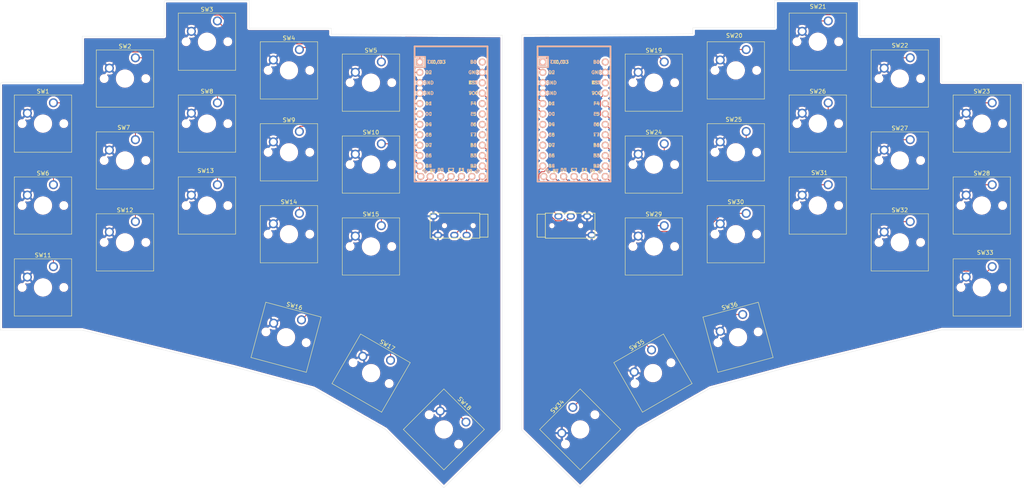
<source format=kicad_pcb>
(kicad_pcb (version 20241229) (generator "pcbnew") (generator_version "9.0")
  (layers (0 "F.Cu" signal) (2 "B.Cu" signal) (13 "F.Paste" user) (15 "B.Paste" user) (5 "F.SilkS" user "F.Silkscreen") (7 "B.SilkS" user "B.Silkscreen") (1 "F.Mask" user) (3 "B.Mask" user) (25 "Edge.Cuts" user))
  (net 0 "")
  (net 1 "4")
  (net 2 "17")
  (net 3 "11")
  (net 4 "13")
  (net 5 "15")
  (net 6 "10")
  (net 7 "6")
  (net 8 "1")
  (net 10 "18")
  (net 11 "7")
  (net 12 "VCC")
  (net 13 "3")
  (net 14 "16")
  (net 15 "9")
  (net 16 "5")
  (net 17 "8")
  (net 18 "14")
  (net 19 "2")
  (net 20 "12")
  (net 21 "R1")
  (net 26 "GND")
  (net 33 "20")
  (net 34 "DNG")
  (net 36 "32")
  (net 37 "28")
  (net 38 "33")
  (net 39 "31")
  (net 40 "26")
  (net 41 "19")
  (net 42 "30")
  (net 43 "21")
  (net 44 "22")
  (net 45 "25")
  (net 46 "29")
  (net 47 "23")
  (net 48 "24")
  (net 49 "34")
  (net 50 "35")
  (net 51 "36")
  (net 52 "27")
  (net 53 "CCV")
  (net 54 "1R")
  (footprint "Button_Switch_Keyboard:SW_Cherry_MX_1.00u_PCB" (layer "F.Cu") (at 272 90)
    (property "Reference" "SW28")
    (property "Value" "SW_Push")
  )
  (footprint "Button_Switch_Keyboard:SW_Cherry_MX_1.00u_PCB" (layer "F.Cu") (at 123 100)
    (property "Reference" "SW15")
    (property "Value" "SW_Push")
  )
  (footprint "Button_Switch_Keyboard:SW_Cherry_MX_1.00u_PCB" (layer "F.Cu") (at 123 80)
    (property "Reference" "SW10")
    (property "Value" "SW_Push")
  )
  (footprint "Button_Switch_Keyboard:SW_Cherry_MX_1.00u_PCB" (layer "F.Cu") (at 212 77)
    (property "Reference" "SW25")
    (property "Value" "SW_Push")
  )
  (footprint "Button_Switch_Keyboard:SW_Cherry_MX_1.00u_PCB" (layer "F.Cu") (at 63 79)
    (property "Reference" "SW7")
    (property "Value" "SW_Push")
  )
  (footprint "Button_Switch_Keyboard:SW_Cherry_MX_1.00u_PCB" (layer "F.Cu") (at 123 60)
    (property "Reference" "SW5")
    (property "Value" "SW_Push")
  )
  (footprint "Button_Switch_Keyboard:SW_Cherry_MX_1.00u_PCB" (layer "F.Cu") (at 103 57)
    (property "Reference" "SW4")
    (property "Value" "SW_Push")
  )
  (footprint "Keebio-Parts:TRRS-PJ-320A" (layer "F.Cu") (at 163 100 90)
    (property "Reference" "J4R1")
    (property "Value" "AudioJackRight")
  )
  (footprint "Keebio-Parts:Elite-C" (layer "F.Cu") (at 140 74 -90)
    (property "Reference" "J1L1" (hide yes))
    (property "Value" "Elite-Pi Microcontroller" (hide yes))
  )
  (footprint "Button_Switch_Keyboard:SW_Cherry_MX_1.00u_PCB" (layer "F.Cu") (at 169.703949 144.361846 45)
    (property "Reference" "SW34")
    (property "Value" "SW_Push")
  )
  (footprint "Button_Switch_Keyboard:SW_Cherry_MX_1.00u_PCB" (layer "F.Cu") (at 103 77)
    (property "Reference" "SW9")
    (property "Value" "SW_Push")
  )
  (footprint "Button_Switch_Keyboard:SW_Cherry_MX_1.00u_PCB" (layer "F.Cu") (at 212 57)
    (property "Reference" "SW20")
    (property "Value" "SW_Push")
  )
  (footprint "Button_Switch_Keyboard:SW_Cherry_MX_1.00u_PCB" (layer "F.Cu") (at 272 70)
    (property "Reference" "SW23")
    (property "Value" "SW_Push")
  )
  (footprint "Button_Switch_Keyboard:SW_Cherry_MX_1.00u_PCB" (layer "F.Cu") (at 192 100)
    (property "Reference" "SW29")
    (property "Value" "SW_Push")
  )
  (footprint "Button_Switch_Keyboard:SW_Cherry_MX_1.00u_PCB" (layer "F.Cu") (at 232 90)
    (property "Reference" "SW31")
    (property "Value" "SW_Push")
  )
  (footprint "Button_Switch_Keyboard:SW_Cherry_MX_1.00u_PCB" (layer "F.Cu") (at 83 70)
    (property "Reference" "SW8")
    (property "Value" "SW_Push")
  )
  (footprint "Keebio-Parts:Elite-C" (layer "F.Cu") (at 170 74 -90)
    (property "Reference" "J3R1" (hide yes))
    (property "Value" "Elite-Pi Microcontroller" (hide yes))
  )
  (footprint "Button_Switch_Keyboard:SW_Cherry_MX_1.00u_PCB" (layer "F.Cu") (at 272 110)
    (property "Reference" "SW33")
    (property "Value" "SW_Push")
  )
  (footprint "Button_Switch_Keyboard:SW_Cherry_MX_1.00u_PCB" (layer "F.Cu") (at 125.239705 132.870591 -30)
    (property "Reference" "SW17")
    (property "Value" "SW_Push")
  )
  (footprint "Button_Switch_Keyboard:SW_Cherry_MX_1.00u_PCB" (layer "F.Cu") (at 83 50)
    (property "Reference" "SW3")
    (property "Value" "SW_Push")
  )
  (footprint "Button_Switch_Keyboard:SW_Cherry_MX_1.00u_PCB" (layer "F.Cu") (at 63 59)
    (property "Reference" "SW2")
    (property "Value" "SW_Push")
  )
  (footprint "Button_Switch_Keyboard:SW_Cherry_MX_1.00u_PCB" (layer "F.Cu") (at 232 50)
    (property "Reference" "SW21")
    (property "Value" "SW_Push")
  )
  (footprint "Button_Switch_Keyboard:SW_Cherry_MX_1.00u_PCB" (layer "F.Cu") (at 211.138651 121.685697 15)
    (property "Reference" "SW36")
    (property "Value" "SW_Push")
  )
  (footprint "Button_Switch_Keyboard:SW_Cherry_MX_1.00u_PCB" (layer "F.Cu") (at 252 59)
    (property "Reference" "SW22")
    (property "Value" "SW_Push")
  )
  (footprint "Button_Switch_Keyboard:SW_Cherry_MX_1.00u_PCB" (layer "F.Cu") (at 188.909705 130.33059 30)
    (property "Reference" "SW35")
    (property "Value" "SW_Push")
  )
  (footprint "Button_Switch_Keyboard:SW_Cherry_MX_1.00u_PCB" (layer "F.Cu") (at 43 90)
    (property "Reference" "SW6")
    (property "Value" "SW_Push")
  )
  (footprint "Button_Switch_Keyboard:SW_Cherry_MX_1.00u_PCB" (layer "F.Cu") (at 252 99)
    (property "Reference" "SW32")
    (property "Value" "SW_Push")
  )
  (footprint "Keebio-Parts:TRRS-PJ-320A" (layer "F.Cu") (at 147 100 -90)
    (property "Reference" "J2L1")
    (property "Value" "AudioJackLeft" (hide yes))
  )
  (footprint "Button_Switch_Keyboard:SW_Cherry_MX_1.00u_PCB" (layer "F.Cu") (at 43 110)
    (property "Reference" "SW11")
    (property "Value" "SW_Push")
  )
  (footprint "Button_Switch_Keyboard:SW_Cherry_MX_1.00u_PCB" (layer "F.Cu") (at 192 60)
    (property "Reference" "SW19")
    (property "Value" "SW_Push")
  )
  (footprint "Button_Switch_Keyboard:SW_Cherry_MX_1.00u_PCB" (layer "F.Cu") (at 192 80)
    (property "Reference" "SW24")
    (property "Value" "SW_Push")
  )
  (footprint "Button_Switch_Keyboard:SW_Cherry_MX_1.00u_PCB" (layer "F.Cu") (at 252 79)
    (property "Reference" "SW27")
    (property "Value" "SW_Push")
  )
  (footprint "Button_Switch_Keyboard:SW_Cherry_MX_1.00u_PCB" (layer "F.Cu") (at 212 97)
    (property "Reference" "SW30")
    (property "Value" "SW_Push")
  )
  (footprint "Button_Switch_Keyboard:SW_Cherry_MX_1.00u_PCB" (layer "F.Cu") (at 43 70)
    (property "Reference" "SW1")
    (property "Value" "SW_Push")
  )
  (footprint "Button_Switch_Keyboard:SW_Cherry_MX_1.00u_PCB" (layer "F.Cu") (at 63 99)
    (property "Reference" "SW12")
    (property "Value" "SW_Push")
  )
  (footprint "Button_Switch_Keyboard:SW_Cherry_MX_1.00u_PCB" (layer "F.Cu") (at 232 70)
    (property "Reference" "SW26")
    (property "Value" "SW_Push")
  )
  (footprint "Button_Switch_Keyboard:SW_Cherry_MX_1.00u_PCB" (layer "F.Cu") (at 143.638154 147.953949 -45)
    (property "Reference" "SW18")
    (property "Value" "SW_Push")
  )
  (footprint "Button_Switch_Keyboard:SW_Cherry_MX_1.00u_PCB" (layer "F.Cu") (at 103 97)
    (property "Reference" "SW14")
    (property "Value" "SW_Push")
  )
  (footprint "Button_Switch_Keyboard:SW_Cherry_MX_1.00u_PCB" (layer "F.Cu") (at 103.518253 123.000497 -15)
    (property "Reference" "SW16")
    (property "Value" "SW_Push")
  )
  (footprint "Button_Switch_Keyboard:SW_Cherry_MX_1.00u_PCB" (layer "F.Cu") (at 83 90)
    (property "Reference" "SW13")
    (property "Value" "SW_Push")
  )
  (gr_line (start 222.735 134.42) (end 259.735 125.42) (stroke (width 0.05)) (layer "Edge.Cuts"))
  (gr_line (start 87 134.5) (end 50 125.5) (stroke (width 0.05)) (layer "Edge.Cuts"))
  (gr_line (start 171.485 163.92) (end 185.735 149.67) (stroke (width 0.05)) (layer "Edge.Cuts"))
  (gr_line (start 30.6 65) (end 50 65) (stroke (width 0.05)) (layer "Edge.Cuts"))
  (gr_line (start 259.735 64.92) (end 259.735 53.67) (stroke (width 0.05)) (layer "Edge.Cuts"))
  (gr_line (start 124 149.75) (end 106.5 139.75) (stroke (width 0.05)) (layer "Edge.Cuts"))
  (gr_line (start 198.985 53.17) (end 159.735 53.42) (stroke (width 0.05)) (layer "Edge.Cuts"))
  (gr_line (start 30 125.5) (end 30 65.6) (stroke (width 0.05)) (layer "Edge.Cuts"))
  (gr_line (start 157.235 149.92) (end 171.485 163.92) (stroke (width 0.05)) (layer "Edge.Cuts"))
  (gr_line (start 90.75 45) (end 90.75 51.75) (stroke (width 0.05)) (layer "Edge.Cuts"))
  (gr_line (start 259.735 125.42) (end 279.735 125.42) (stroke (width 0.05)) (layer "Edge.Cuts"))
  (gr_line (start 239.735 44.92) (end 218.985 44.92) (stroke (width 0.05)) (layer "Edge.Cuts"))
  (gr_line (start 152.5 150) (end 138.25 164) (stroke (width 0.05)) (layer "Edge.Cuts"))
  (gr_line (start 198.985 51.67) (end 198.985 53.17) (stroke (width 0.05)) (layer "Edge.Cuts"))
  (gr_line (start 50 65) (end 50 53.75) (stroke (width 0.05)) (layer "Edge.Cuts"))
  (gr_line (start 138.25 164) (end 124 149.75) (stroke (width 0.05)) (layer "Edge.Cuts"))
  (gr_line (start 50 125.5) (end 30 125.5) (stroke (width 0.05)) (layer "Edge.Cuts"))
  (gr_arc (start 30 65.6) (mid 30.175736 65.175736) (end 30.6 65) (stroke (width 0.05)) (layer "Edge.Cuts"))
  (gr_line (start 218.985 51.67) (end 198.985 51.67) (stroke (width 0.05)) (layer "Edge.Cuts"))
  (gr_line (start 279.735 125.42) (end 279.735 64.92) (stroke (width 0.05)) (layer "Edge.Cuts"))
  (gr_line (start 90.75 51.75) (end 110.75 51.75) (stroke (width 0.05)) (layer "Edge.Cuts"))
  (gr_line (start 70 53.75) (end 70 45.4) (stroke (width 0.05)) (layer "Edge.Cuts"))
  (gr_line (start 203.235 139.67) (end 222.735 134.42) (stroke (width 0.05)) (layer "Edge.Cuts"))
  (gr_line (start 279.735 64.92) (end 259.735 64.92) (stroke (width 0.05)) (layer "Edge.Cuts"))
  (gr_line (start 70.4 45) (end 90.75 45) (stroke (width 0.05)) (layer "Edge.Cuts"))
  (gr_line (start 50 53.75) (end 70 53.75) (stroke (width 0.05)) (layer "Edge.Cuts"))
  (gr_line (start 239.735 53.67) (end 239.735 44.92) (stroke (width 0.05)) (layer "Edge.Cuts"))
  (gr_line (start 110.75 51.75) (end 110.75 53.25) (stroke (width 0.05)) (layer "Edge.Cuts"))
  (gr_line (start 152.5 53.5) (end 152.5 150) (stroke (width 0.05)) (layer "Edge.Cuts"))
  (gr_line (start 159.735 53.42) (end 157.235 53.42) (stroke (width 0.05)) (layer "Edge.Cuts"))
  (gr_line (start 106.5 139.75) (end 87 134.5) (stroke (width 0.05)) (layer "Edge.Cuts"))
  (gr_line (start 185.735 149.67) (end 203.235 139.67) (stroke (width 0.05)) (layer "Edge.Cuts"))
  (gr_line (start 110.75 53.25) (end 150 53.5) (stroke (width 0.05)) (layer "Edge.Cuts"))
  (gr_line (start 150 53.5) (end 152.5 53.5) (stroke (width 0.05)) (layer "Edge.Cuts"))
  (gr_arc (start 70 45.4) (mid 70.117157 45.117157) (end 70.4 45) (stroke (width 0.05)) (layer "Edge.Cuts"))
  (gr_line (start 218.985 44.92) (end 218.985 51.67) (stroke (width 0.05)) (layer "Edge.Cuts"))
  (gr_line (start 157.235 53.42) (end 157.235 149.92) (stroke (width 0.05)) (layer "Edge.Cuts"))
  (gr_line (start 259.735 53.67) (end 239.735 53.67) (stroke (width 0.05)) (layer "Edge.Cuts"))
  (segment (start 103 57) (end 103.5 56.5) (width 0.2) (layer "F.Cu") (net 1))
  (segment (start 129.02 72.73) (end 132.38 72.73) (width 0.2) (layer "F.Cu") (net 1))
  (segment (start 103.5 56.5) (end 128.5 56.5) (width 0.2) (layer "F.Cu") (net 1))
  (segment (start 129 72.75) (end 129.02 72.73) (width 0.2) (layer "F.Cu") (net 1))
  (segment (start 128.5 72.75) (end 129 72.75) (width 0.2) (layer "F.Cu") (net 1))
  (segment (start 128.5 56.5) (end 128.5 72.75) (width 0.2) (layer "F.Cu") (net 1))
  (segment (start 143.754954 93.5) (end 148.7973 88.457654) (width 0.2) (layer "F.Cu") (net 2))
  (segment (start 148.7973 86.6073) (end 147.62 85.43) (width 0.2) (layer "F.Cu") (net 2))
  (segment (start 148.7973 88.457654) (end 148.7973 86.6073) (width 0.2) (layer "F.Cu") (net 2))
  (segment (start 131.25 93.5) (end 143.754954 93.5) (width 0.2) (layer "F.Cu") (net 2))
  (segment (start 125.239705 117.010295) (end 131.25 111) (width 0.2) (layer "F.Cu") (net 2))
  (segment (start 131.25 111) (end 131.25 93.5) (width 0.2) (layer "F.Cu") (net 2))
  (segment (start 125.239705 132.870591) (end 125.239705 117.010295) (width 0.2) (layer "F.Cu") (net 2))
  (segment (start 67.75 92.25) (end 70.25 89.75) (width 0.2) (layer "F.Cu") (net 3))
  (segment (start 70.25 89.75) (end 70.25 82.5) (width 0.2) (layer "F.Cu") (net 3))
  (segment (start 92.75 84.25) (end 92.75 90) (width 0.2) (layer "F.Cu") (net 3))
  (segment (start 43 110) (end 43 103.25) (width 0.2) (layer "F.Cu") (net 3))
  (segment (start 50.25 92.25) (end 67.75 92.25) (width 0.2) (layer "F.Cu") (net 3))
  (segment (start 50.25 102.75) (end 50.25 92.25) (width 0.2) (layer "F.Cu") (net 3))
  (segment (start 49.75 103.25) (end 50.25 102.75) (width 0.2) (layer "F.Cu") (net 3))
  (segment (start 43 103.25) (end 49.75 103.25) (width 0.2) (layer "F.Cu") (net 3))
  (segment (start 92.75 90) (end 132.89 90) (width 0.2) (layer "F.Cu") (net 3))
  (segment (start 91 82.5) (end 92.75 84.25) (width 0.2) (layer "F.Cu") (net 3))
  (segment (start 132.89 90) (end 134.92 87.97) (width 0.2) (layer "F.Cu") (net 3))
  (segment (start 70.25 82.5) (end 91 82.5) (width 0.2) (layer "F.Cu") (net 3))
  (segment (start 83 83.401) (end 90.151 83.401) (width 0.2) (layer "F.Cu") (net 4))
  (segment (start 83 90) (end 83 83.401) (width 0.2) (layer "F.Cu") (net 4))
  (segment (start 91.948 85.198) (end 91.948 91.198) (width 0.2) (layer "F.Cu") (net 4))
  (segment (start 90.151 83.401) (end 91.948 85.198) (width 0.2) (layer "F.Cu") (net 4))
  (segment (start 92 91.25) (end 136.72 91.25) (width 0.2) (layer "F.Cu") (net 4))
  (segment (start 91.948 91.198) (end 92 91.25) (width 0.2) (layer "F.Cu") (net 4))
  (segment (start 136.72 91.25) (end 140 87.97) (width 0.2) (layer "F.Cu") (net 4))
  (segment (start 123 100) (end 123 92.5) (width 0.2) (layer "F.Cu") (net 5))
  (segment (start 123 92.5) (end 140.55 92.5) (width 0.2) (layer "F.Cu") (net 5))
  (segment (start 140.55 92.5) (end 145.08 87.97) (width 0.2) (layer "F.Cu") (net 5))
  (segment (start 124.6386 80) (end 132.6086 87.97) (width 0.2) (layer "F.Cu") (net 6))
  (segment (start 123 80) (end 124.6386 80) (width 0.2) (layer "F.Cu") (net 6))
  (segment (start 127.25 75.75) (end 129.31 77.81) (width 0.2) (layer "F.Cu") (net 7))
  (segment (start 87.5 65) (end 91 68.5) (width 0.2) (layer "F.Cu") (net 7))
  (segment (start 43 82.25) (end 53 72.25) (width 0.2) (layer "F.Cu") (net 7))
  (segment (start 53 72.25) (end 70.5 72.25) (width 0.2) (layer "F.Cu") (net 7))
  (segment (start 92.25 73) (end 127.25 73) (width 0.2) (layer "F.Cu") (net 7))
  (segment (start 43 90) (end 43 82.25) (width 0.2) (layer "F.Cu") (net 7))
  (segment (start 91 71.75) (end 92.25 73) (width 0.2) (layer "F.Cu") (net 7))
  (segment (start 129.31 77.81) (end 132.38 77.81) (width 0.2) (layer "F.Cu") (net 7))
  (segment (start 73.75 65) (end 87.5 65) (width 0.2) (layer "F.Cu") (net 7))
  (segment (start 127.25 73) (end 127.25 75.75) (width 0.2) (layer "F.Cu") (net 7))
  (segment (start 70.5 68.25) (end 73.75 65) (width 0.2) (layer "F.Cu") (net 7))
  (segment (start 91 68.5) (end 91 71.75) (width 0.2) (layer "F.Cu") (net 7))
  (segment (start 70.5 72.25) (end 70.5 68.25) (width 0.2) (layer "F.Cu") (net 7))
  (segment (start 70.849 57.599) (end 71 57.75) (width 0.2) (layer "F.Cu") (net 8))
  (segment (start 73 47.75) (end 84 47.75) (width 0.2) (layer "F.Cu") (net 8))
  (segment (start 132.38 58.4958) (end 132.38 60.03) (width 0.2) (layer "F.Cu") (net 8))
  (segment (start 90.25 54) (end 127.8842 54) (width 0.2) (layer "F.Cu") (net 8))
  (segment (start 73 55.75) (end 73 47.75) (width 0.2) (layer "F.Cu") (net 8))
  (segment (start 51.5 70) (end 52.5 69) (width 0.2) (layer "F.Cu") (net 8))
  (segment (start 84 47.75) (end 90.25 54) (width 0.2) (layer "F.Cu") (net 8))
  (segment (start 52.5 69) (end 52.5 60.5) (width 0.2) (layer "F.Cu") (net 8))
  (segment (start 43 70) (end 51.5 70) (width 0.2) (layer "F.Cu") (net 8))
  (segment (start 127.8842 54) (end 132.38 58.4958) (width 0.2) (layer "F.Cu") (net 8))
  (segment (start 52.5 60.5) (end 55.401 57.599) (width 0.2) (layer "F.Cu") (net 8))
  (segment (start 71 57.75) (end 73 55.75) (width 0.2) (layer "F.Cu") (net 8))
  (segment (start 55.401 57.599) (end 70.849 57.599) (width 0.2) (layer "F.Cu") (net 8))
  (segment (start 143.638154 147.953949) (end 131.651 135.966795) (width 0.2) (layer "F.Cu") (net 10))
  (segment (start 143.572054 94.25) (end 149.1983 88.623754) (width 0.2) (layer "F.Cu") (net 10))
  (segment (start 131.75 94.25) (end 143.572054 94.25) (width 0.2) (layer "F.Cu") (net 10))
  (segment (start 149.1983 84.4683) (end 147.62 82.89) (width 0.2) (layer "F.Cu") (net 10))
  (segment (start 131.651 105.25) (end 131.75 105.151) (width 0.2) (layer "F.Cu") (net 10))
  (segment (start 149.1983 88.623754) (end 149.1983 84.4683) (width 0.2) (layer "F.Cu") (net 10))
  (segment (start 131.75 105.151) (end 131.75 94.25) (width 0.2) (layer "F.Cu") (net 10))
  (segment (start 131.651 135.966795) (end 131.651 105.25) (width 0.2) (layer "F.Cu") (net 10))
  (segment (start 92.25 73.75) (end 126.75 73.75) (width 0.2) (layer "F.Cu") (net 11))
  (segment (start 87.5 65.75) (end 90.5 68.75) (width 0.2) (layer "F.Cu") (net 11))
  (segment (start 74 65.75) (end 87.5 65.75) (width 0.2) (layer "F.Cu") (net 11))
  (segment (start 126.75 75.8171) (end 131.2829 80.35) (width 0.2) (layer "F.Cu") (net 11))
  (segment (start 63 79) (end 63 73.25) (width 0.2) (layer "F.Cu") (net 11))
  (segment (start 63 73.25) (end 63.25 73) (width 0.2) (layer "F.Cu") (net 11))
  (segment (start 71.25 73) (end 71.25 68.5) (width 0.2) (layer "F.Cu") (net 11))
  (segment (start 63.25 73) (end 71.25 73) (width 0.2) (layer "F.Cu") (net 11))
  (segment (start 90.5 68.75) (end 90.5 72) (width 0.2) (layer "F.Cu") (net 11))
  (segment (start 131.2829 80.35) (end 132.38 80.35) (width 0.2) (layer "F.Cu") (net 11))
  (segment (start 71.25 68.5) (end 74 65.75) (width 0.2) (layer "F.Cu") (net 11))
  (segment (start 90.5 72) (end 92.25 73.75) (width 0.2) (layer "F.Cu") (net 11))
  (segment (start 126.75 73.75) (end 126.75 75.8171) (width 0.2) (layer "F.Cu") (net 11))
  (segment (start 143.8 102.3) (end 143.8 99.8671) (width 0.2) (layer "F.Cu") (net 12))
  (segment (start 143.8 99.8671) (end 150.0003 93.6668) (width 0.2) (layer "F.Cu") (net 12))
  (segment (start 150.0003 70.0303) (end 147.62 67.65) (width 0.2) (layer "F.Cu") (net 12))
  (segment (start 150.0003 93.6668) (end 150.0003 70.0303) (width 0.2) (layer "F.Cu") (net 12))
  (segment (start 88.599 55.599) (end 128.349 55.599) (width 0.2) (layer "F.Cu") (net 13))
  (segment (start 129.19 70.19) (end 132.38 70.19) (width 0.2) (layer "F.Cu") (net 13))
  (segment (start 128.349 55.599) (end 129 56.25) (width 0.2) (layer "F.Cu") (net 13))
  (segment (start 129 56.25) (end 129 70) (width 0.2) (layer "F.Cu") (net 13))
  (segment (start 83 50) (end 88.599 55.599) (width 0.2) (layer "F.Cu") (net 13))
  (segment (start 129 70) (end 129.19 70.19) (width 0.2) (layer "F.Cu") (net 13))
  (segment (start 103.518253 123.000497) (end 113.51875 113) (width 0.2) (layer "F.Cu") (net 14))
  (segment (start 130.401 92.901) (end 142.689 92.901) (width 0.2) (layer "F.Cu") (net 14))
  (segment (start 128.5 113) (end 130.5 111) (width 0.2) (layer "F.Cu") (net 14))
  (segment (start 113.51875 113) (end 128.5 113) (width 0.2) (layer "F.Cu") (net 14))
  (segment (start 142.689 92.901) (end 147.62 87.97) (width 0.2) (layer "F.Cu") (net 14))
  (segment (start 130.5 93) (end 130.401 92.901) (width 0.2) (layer "F.Cu") (net 14))
  (segment (start 130.5 111) (end 130.5 93) (width 0.2) (layer "F.Cu") (net 14))
  (segment (start 103 77) (end 103 75.901) (width 0.2) (layer "F.Cu") (net 15))
  (segment (start 103.151 75.75) (end 125.25 75.75) (width 0.2) (layer "F.Cu") (net 15))
  (segment (start 125.25 78.3) (end 132.38 85.43) (width 0.2) (layer "F.Cu") (net 15))
  (segment (start 103 75.901) (end 103.151 75.75) (width 0.2) (layer "F.Cu") (net 15))
  (segment (start 125.25 75.75) (end 125.25 78.3) (width 0.2) (layer "F.Cu") (net 15))
  (segment (start 128 57.25) (end 128 75.25) (width 0.2) (layer "F.Cu") (net 16))
  (segment (start 128.02 75.27) (end 132.38 75.27) (width 0.2) (layer "F.Cu") (net 16))
  (segment (start 123 57) (end 127.75 57) (width 0.2) (layer "F.Cu") (net 16))
  (segment (start 123 60) (end 123 57) (width 0.2) (layer "F.Cu") (net 16))
  (segment (start 127.75 57) (end 128 57.25) (width 0.2) (layer "F.Cu") (net 16))
  (segment (start 128 75.25) (end 128.02 75.27) (width 0.2) (layer "F.Cu") (net 16))
  (segment (start 83.25 66.25) (end 87.25 66.25) (width 0.2) (layer "F.Cu") (net 17))
  (segment (start 90.099 72.349) (end 92.5 74.75) (width 0.2) (layer "F.Cu") (net 17))
  (segment (start 83 66.5) (end 83.25 66.25) (width 0.2) (layer "F.Cu") (net 17))
  (segment (start 87.25 66.25) (end 90.099 69.099) (width 0.2) (layer "F.Cu") (net 17))
  (segment (start 90.099 69.099) (end 90.099 72.349) (width 0.2) (layer "F.Cu") (net 17))
  (segment (start 126 76.51) (end 132.38 82.89) (width 0.2) (layer "F.Cu") (net 17))
  (segment (start 83 70) (end 83 66.5) (width 0.2) (layer "F.Cu") (net 17))
  (segment (start 92.5 74.75) (end 126 74.75) (width 0.2) (layer "F.Cu") (net 17))
  (segment (start 126 74.75) (end 126 76.51) (width 0.2) (layer "F.Cu") (net 17))
  (segment (start 103 91.75) (end 138.76 91.75) (width 0.2) (layer "F.Cu") (net 18))
  (segment (start 103 97) (end 103 91.75) (width 0.2) (layer "F.Cu") (net 18))
  (segment (start 138.76 91.75) (end 142.54 87.97) (width 0.2) (layer "F.Cu") (net 18))
  (segment (start 63 59) (end 70.5 59) (width 0.2) (layer "F.Cu") (net 19))
  (segment (start 70.5 59) (end 73.5 56) (width 0.2) (layer "F.Cu") (net 19))
  (segment (start 73.5 56) (end 73.5 48.599) (width 0.2) (layer "F.Cu") (net 19))
  (segment (start 83.599 48.599) (end 89.75 54.75) (width 0.2) (layer "F.Cu") (net 19))
  (segment (start 128.0671 54.75) (end 129.75 56.4329) (width 0.2) (layer "F.Cu") (net 19))
  (segment (start 129.75 56.4329) (end 129.75 62.39) (width 0.2) (layer "F.Cu") (net 19))
  (segment (start 129.75 62.39) (end 129.93 62.57) (width 0.2) (layer "F.Cu") (net 19))
  (segment (start 89.75 54.75) (end 128.0671 54.75) (width 0.2) (layer "F.Cu") (net 19))
  (segment (start 73.5 48.599) (end 83.599 48.599) (width 0.2) (layer "F.Cu") (net 19))
  (segment (start 129.93 62.57) (end 132.38 62.57) (width 0.2) (layer "F.Cu") (net 19))
  (segment (start 136.5 90.75) (end 137.46 89.79) (width 0.2) (layer "F.Cu") (net 20))
  (segment (start 63 93) (end 68 93) (width 0.2) (layer "F.Cu") (net 20))
  (segment (start 137.46 89.79) (end 137.46 87.97) (width 0.2) (layer "F.Cu") (net 20))
  (segment (start 92.5 90.75) (end 136.5 90.75) (width 0.2) (layer "F.Cu") (net 20))
  (segment (start 63 99) (end 63 93) (width 0.2) (layer "F.Cu") (net 20))
  (segment (start 68 93) (end 71 90) (width 0.2) (layer "F.Cu") (net 20))
  (segment (start 92.349 84.599) (end 92.349 90.599) (width 0.2) (layer "F.Cu") (net 20))
  (segment (start 90.75 83) (end 92.349 84.599) (width 0.2) (layer "F.Cu") (net 20))
  (segment (start 71 90) (end 71 83) (width 0.2) (layer "F.Cu") (net 20))
  (segment (start 71 83) (end 90.75 83) (width 0.2) (layer "F.Cu") (net 20))
  (segment (start 92.349 90.599) (end 92.5 90.75) (width 0.2) (layer "F.Cu") (net 20))
  (segment (start 149.5993 82.3293) (end 147.62 80.35) (width 0.2) (layer "F.Cu") (net 21))
  (segment (start 149.5993 93.5007) (end 149.5993 82.3293) (width 0.2) (layer "F.Cu") (net 21))
  (segment (start 140.8 102.3) (end 149.5993 93.5007) (width 0.2) (layer "F.Cu") (net 21))
  (segment (start 161.2027 61.3927) (end 162.38 62.57) (width 0.2) (layer "F.Cu") (net 33))
  (segment (start 163.0554 57) (end 161.2027 58.8527) (width 0.2) (layer "F.Cu") (net 33))
  (segment (start 212 57) (end 163.0554 57) (width 0.2) (layer "F.Cu") (net 33))
  (segment (start 161.2027 58.8527) (end 161.2027 61.3927) (width 0.2) (layer "F.Cu") (net 33))
  (segment (start 218.25 104) (end 218.25 109.0671) (width 0.2) (layer "F.Cu") (net 36))
  (segment (start 237.75 99.75) (end 237.75 104) (width 0.2) (layer "F.Cu") (net 36))
  (segment (start 180.5 109.0671) (end 180.5 95) (width 0.2) (layer "F.Cu") (net 36))
  (segment (start 180.5 95) (end 179.57 95) (width 0.2) (layer "F.Cu") (net 36))
  (segment (start 252 99) (end 238.5 99) (width 0.2) (layer "F.Cu") (net 36))
  (segment (start 237.75 104) (end 218.25 104) (width 0.2) (layer "F.Cu") (net 36))
  (segment (start 238.5 99) (end 237.75 99.75) (width 0.2) (layer "F.Cu") (net 36))
  (segment (start 218.25 109.0671) (end 217.4161 109.901) (width 0.2) (layer "F.Cu") (net 36))
  (segment (start 179.57 95) (end 172.54 87.97) (width 0.2) (layer "F.Cu") (net 36))
  (segment (start 181.3339 109.901) (end 180.5 109.0671) (width 0.2) (layer "F.Cu") (net 36))
  (segment (start 217.4161 109.901) (end 181.3339 109.901) (width 0.2) (layer "F.Cu") (net 36))
  (segment (start 272 90) (end 248.60153 90) (width 0.2) (layer "F.Cu") (net 37))
  (segment (start 183.7836 92.302) (end 179.75 88.2684) (width 0.2) (layer "F.Cu") (net 37))
  (segment (start 179.75 88.2684) (end 179.75 85.02) (width 0.2) (layer "F.Cu") (net 37))
  (segment (start 224.249016 84.75) (end 216.697016 92.302) (width 0.2) (layer "F.Cu") (net 37))
  (segment (start 179.75 85.02) (end 177.62 82.89) (width 0.2) (layer "F.Cu") (net 37))
  (segment (start 216.697016 92.302) (end 183.7836 92.302) (width 0.2) (layer "F.Cu") (net 37))
  (segment (start 243.35153 84.75) (end 224.249016 84.75) (width 0.2) (layer "F.Cu") (net 37))
  (segment (start 248.60153 90) (end 243.35153 84.75) (width 0.2) (layer "F.Cu") (net 37))
  (segment (start 179.75 110) (end 179.75 97.72) (width 0.2) (layer "F.Cu") (net 38))
  (segment (start 179.75 97.72) (end 170 87.97) (width 0.2) (layer "F.Cu") (net 38))
  (segment (start 272 110) (end 270.900001 111.099999) (width 0.2) (layer "F.Cu") (net 38))
  (segment (start 180.849999 111.099999) (end 179.75 110) (width 0.2) (layer "F.Cu") (net 38))
  (segment (start 270.900001 111.099999) (end 180.849999 111.099999) (width 0.2) (layer "F.Cu") (net 38))
  (segment (start 181.5 109.5) (end 181.25 109.25) (width 0.2) (layer "F.Cu") (net 39))
  (segment (start 217.25 97) (end 217.25 109.5) (width 0.2) (layer "F.Cu") (net 39))
  (segment (start 224.25 90) (end 217.25 97) (width 0.2) (layer "F.Cu") (net 39))
  (segment (start 232 90) (end 224.25 90) (width 0.2) (layer "F.Cu") (net 39))
  (segment (start 181.25 94.14) (end 175.08 87.97) (width 0.2) (layer "F.Cu") (net 39))
  (segment (start 217.25 109.5) (end 181.5 109.5) (width 0.2) (layer "F.Cu") (net 39))
  (segment (start 181.25 109.25) (end 181.25 94.14) (width 0.2) (layer "F.Cu") (net 39))
  (segment (start 216.364816 91.5) (end 184.1158 91.5) (width 0.2) (layer "F.Cu") (net 40))
  (segment (start 184.1158 91.5) (end 180.849 88.2332) (width 0.2) (layer "F.Cu") (net 40))
  (segment (start 232 75.864816) (end 216.364816 91.5) (width 0.2) (layer "F.Cu") (net 40))
  (segment (start 180.849 88.2332) (end 180.849 81.039) (width 0.2) (layer "F.Cu") (net 40))
  (segment (start 232 70) (end 232 75.864816) (width 0.2) (layer "F.Cu") (net 40))
  (segment (start 180.849 81.039) (end 177.62 77.81) (width 0.2) (layer "F.Cu") (net 40))
  (segment (start 192 60) (end 190.5 58.5) (width 0.2) (layer "F.Cu") (net 41))
  (segment (start 190.5 58.5) (end 163.91 58.5) (width 0.2) (layer "F.Cu") (net 41))
  (segment (start 163.91 58.5) (end 162.38 60.03) (width 0.2) (layer "F.Cu") (net 41))
  (segment (start 206.208686 97) (end 201.807686 101.401) (width 0.2) (layer "F.Cu") (net 42))
  (segment (start 201.807686 101.401) (end 191.051 101.401) (width 0.2) (layer "F.Cu") (net 42))
  (segment (start 191.051 101.401) (end 177.62 87.97) (width 0.2) (layer "F.Cu") (net 42))
  (segment (start 212 97) (end 206.208686 97) (width 0.2) (layer "F.Cu") (net 42))
  (segment (start 224 50) (end 219 55) (width 0.2) (layer "F.Cu") (net 43))
  (segment (start 160.8017 68.6117) (end 162.38 70.19) (width 0.2) (layer "F.Cu") (net 43))
  (segment (start 160.8017 58.6866) (end 160.8017 68.6117) (width 0.2) (layer "F.Cu") (net 43))
  (segment (start 219 55) (end 178 55) (width 0.2) (layer "F.Cu") (net 43))
  (segment (start 232 50) (end 224 50) (width 0.2) (layer "F.Cu") (net 43))
  (segment (start 164.2383 55.25) (end 160.8017 58.6866) (width 0.2) (layer "F.Cu") (net 43))
  (segment (start 177.75 55.25) (end 164.2383 55.25) (width 0.2) (layer "F.Cu") (net 43))
  (segment (start 178 55) (end 177.75 55.25) (width 0.2) (layer "F.Cu") (net 43))
  (segment (start 160.4007 58.5205) (end 160.4007 70.7507) (width 0.2) (layer "F.Cu") (net 44))
  (segment (start 217.651 54.599) (end 164.3222 54.599) (width 0.2) (layer "F.Cu") (net 44))
  (segment (start 233.25 48.5) (end 223.75 48.5) (width 0.2) (layer "F.Cu") (net 44))
  (segment (start 252 59) (end 243.75 59) (width 0.2) (layer "F.Cu") (net 44))
  (segment (start 160.4007 70.7507) (end 162.38 72.73) (width 0.2) (layer "F.Cu") (net 44))
  (segment (start 223.75 48.5) (end 217.651 54.599) (width 0.2) (layer "F.Cu") (net 44))
  (segment (start 164.3222 54.599) (end 160.4007 58.5205) (width 0.2) (layer "F.Cu") (net 44))
  (segment (start 243.75 59) (end 233.25 48.5) (width 0.2) (layer "F.Cu") (net 44))
  (segment (start 212 77) (end 212 91) (width 0.2) (layer "F.Cu") (net 45))
  (segment (start 184.1829 91) (end 181.25 88.0671) (width 0.2) (layer "F.Cu") (net 45))
  (segment (start 181.25 78.9) (end 177.62 75.27) (width 0.2) (layer "F.Cu") (net 45))
  (segment (start 181.25 88.0671) (end 181.25 78.9) (width 0.2) (layer "F.Cu") (net 45))
  (segment (start 212 91) (end 184.1829 91) (width 0.2) (layer "F.Cu") (net 45))
  (segment (start 178.7973 88.352934) (end 178.7973 86.6073) (width 0.2) (layer "F.Cu") (net 46))
  (segment (start 190.444366 100) (end 178.7973 88.352934) (width 0.2) (layer "F.Cu") (net 46))
  (segment (start 192 100) (end 190.444366 100) (width 0.2) (layer "F.Cu") (net 46))
  (segment (start 178.7973 86.6073) (end 177.62 85.43) (width 0.2) (layer "F.Cu") (net 46))
  (segment (start 178.9827 71.5527) (end 177.62 70.19) (width 0.2) (layer "F.Cu") (net 47))
  (segment (start 242 70) (end 237.25 65.25) (width 0.2) (layer "F.Cu") (net 47))
  (segment (start 215.4473 71.5527) (end 178.9827 71.5527) (width 0.2) (layer "F.Cu") (net 47))
  (segment (start 221.75 65.25) (end 215.4473 71.5527) (width 0.2) (layer "F.Cu") (net 47))
  (segment (start 272 70) (end 242 70) (width 0.2) (layer "F.Cu") (net 47))
  (segment (start 237.25 65.25) (end 221.75 65.25) (width 0.2) (layer "F.Cu") (net 47))
  (segment (start 192 89.5) (end 192.25 89.75) (width 0.2) (layer "F.Cu") (net 48))
  (segment (start 192 80) (end 192 89.5) (width 0.2) (layer "F.Cu") (net 48))
  (segment (start 181.75 88) (end 181.75 76.86) (width 0.2) (layer "F.Cu") (net 48))
  (segment (start 181.75 76.86) (end 177.62 72.73) (width 0.2) (layer "F.Cu") (net 48))
  (segment (start 183.5 89.75) (end 181.75 88) (width 0.2) (layer "F.Cu") (net 48))
  (segment (start 192.25 89.75) (end 183.5 89.75) (width 0.2) (layer "F.Cu") (net 48))
  (segment (start 178.349 135.716795) (end 178.349 100) (width 0.2) (layer "F.Cu") (net 49))
  (segment (start 169.703949 144.361846) (end 178.349 135.716795) (width 0.2) (layer "F.Cu") (net 49))
  (segment (start 166.6386 92) (end 162.6086 87.97) (width 0.2) (layer "F.Cu") (net 49))
  (segment (start 170.349 92) (end 166.6386 92) (width 0.2) (layer "F.Cu") (net 49))
  (segment (start 178.349 100) (end 170.349 92) (width 0.2) (layer "F.Cu") (net 49))
  (segment (start 188.909705 130.33059) (end 178.75 120.170885) (width 0.2) (layer "F.Cu") (net 50))
  (segment (start 169.33645 90.41355) (end 167.36355 90.41355) (width 0.2) (layer "F.Cu") (net 50))
  (segment (start 165.47 87.97) (end 164.92 87.97) (width 0.2) (layer "F.Cu") (net 50))
  (segment (start 167.36355 90.41355) (end 164.92 87.97) (width 0.2) (layer "F.Cu") (net 50))
  (segment (start 178.75 99.8271) (end 169.33645 90.41355) (width 0.2) (layer "F.Cu") (net 50))
  (segment (start 178.75 120.170885) (end 178.75 99.8271) (width 0.2) (layer "F.Cu") (net 50))
  (segment (start 179.25 110.0671) (end 179.25 99.76) (width 0.2) (layer "F.Cu") (net 51))
  (segment (start 179.25 99.76) (end 167.46 87.97) (width 0.2) (layer "F.Cu") (net 51))
  (segment (start 211.138651 121.685697) (end 190.868597 121.685697) (width 0.2) (layer "F.Cu") (net 51))
  (segment (start 190.868597 121.685697) (end 179.25 110.0671) (width 0.2) (layer "F.Cu") (net 51))
  (segment (start 229.431916 79) (end 216.530916 91.901) (width 0.2) (layer "F.Cu") (net 52))
  (segment (start 252 79) (end 229.431916 79) (width 0.2) (layer "F.Cu") (net 52))
  (segment (start 180.25 82.98) (end 177.62 80.35) (width 0.2) (layer "F.Cu") (net 52))
  (segment (start 180.25 88.2013) (end 180.25 82.98) (width 0.2) (layer "F.Cu") (net 52))
  (segment (start 216.530916 91.901) (end 183.9497 91.901) (width 0.2) (layer "F.Cu") (net 52))
  (segment (start 183.9497 91.901) (end 180.25 88.2013) (width 0.2) (layer "F.Cu") (net 52))
  (segment (start 161.4313 92.9313) (end 161.4313 87.482346) (width 0.2) (layer "F.Cu") (net 53))
  (segment (start 176.4427 73.032254) (end 176.4427 68.8273) (width 0.2) (layer "F.Cu") (net 53))
  (segment (start 162.120946 86.7927) (end 162.682254 86.7927) (width 0.2) (layer "F.Cu") (net 53))
  (segment (start 162.682254 86.7927) (end 176.4427 73.032254) (width 0.2) (layer "F.Cu") (net 53))
  (segment (start 161.4313 87.482346) (end 162.120946 86.7927) (width 0.2) (layer "F.Cu") (net 53))
  (segment (start 176.4427 68.8273) (end 177.62 67.65) (width 0.2) (layer "F.Cu") (net 53))
  (segment (start 166.2 97.7) (end 161.4313 92.9313) (width 0.2) (layer "F.Cu") (net 53))
  (segment (start 165.543951 98.801) (end 161.0303 94.287349) (width 0.2) (layer "F.Cu") (net 54))
  (segment (start 161.0303 94.287349) (end 161.0303 86.7797) (width 0.2) (layer "F.Cu") (net 54))
  (segment (start 168.099 98.801) (end 165.543951 98.801) (width 0.2) (layer "F.Cu") (net 54))
  (segment (start 169.2 97.7) (end 168.099 98.801) (width 0.2) (layer "F.Cu") (net 54))
  (segment (start 161.0303 86.7797) (end 162.38 85.43) (width 0.2) (layer "F.Cu") (net 54))
  (zone (net 26) (net_name "GND") (layers "F.Cu" "B.Cu") (connect_pads (clearance 0.5)) (min_thickness 0.25) (fill yes (thermal_gap 0.5) (thermal_bridge_width 0.5))
    (polygon (pts (xy 30 65) (xy 30 125.5) (xy 50 125.5) (xy 86 134.25) (xy 106.5 139.75) (xy 124 149.75) (xy 138.25 164) (xy 152.5 150) (xy 152.5 53.5) (xy 110.75 53.25) (xy 110.75 51.75) (xy 90.75 51.75) (xy 90.75 45) (xy 70 45) (xy 70 53.75) (xy 50 53.75) (xy 50 65)))
  )
  (zone (net 34) (net_name "DNG") (layers "F.Cu" "B.Cu") (priority 1) (connect_pads (clearance 0.5)) (min_thickness 0.25) (fill yes (thermal_gap 0.5) (thermal_bridge_width 0.5))
    (polygon (pts (xy 279.75 65) (xy 279.75 125.25) (xy 259.75 125.25) (xy 203 139.5) (xy 185.5 149.75) (xy 171.5 163.75) (xy 157.25 149.75) (xy 157.25 53.5) (xy 199 53.25) (xy 199 51.75) (xy 219 51.75) (xy 219 45) (xy 239.75 45) (xy 239.75 53.75) (xy 259.75 53.75) (xy 259.75 64.75)))
  )
)
</source>
